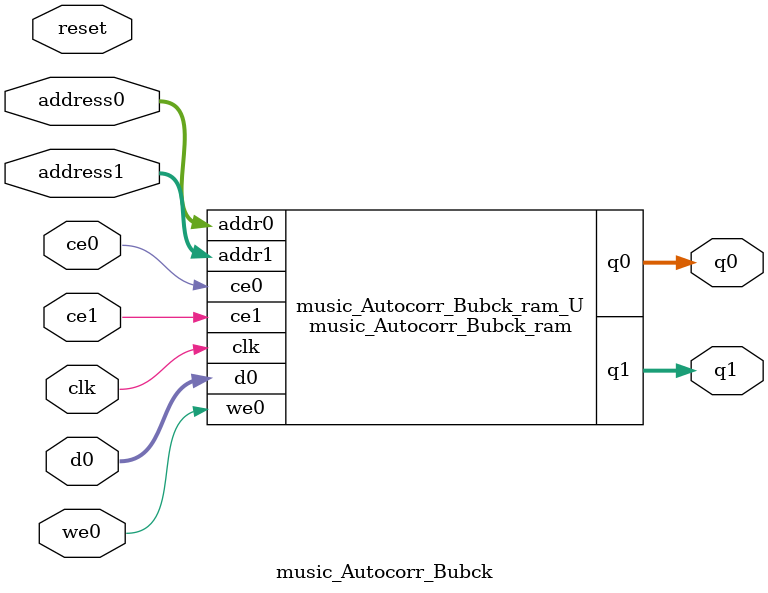
<source format=v>
`timescale 1 ns / 1 ps
module music_Autocorr_Bubck_ram (addr0, ce0, d0, we0, q0, addr1, ce1, q1,  clk);

parameter DWIDTH = 32;
parameter AWIDTH = 6;
parameter MEM_SIZE = 40;

input[AWIDTH-1:0] addr0;
input ce0;
input[DWIDTH-1:0] d0;
input we0;
output reg[DWIDTH-1:0] q0;
input[AWIDTH-1:0] addr1;
input ce1;
output reg[DWIDTH-1:0] q1;
input clk;

(* ram_style = "block" *)reg [DWIDTH-1:0] ram[0:MEM_SIZE-1];




always @(posedge clk)  
begin 
    if (ce0) 
    begin
        if (we0) 
        begin 
            ram[addr0] <= d0; 
        end 
        q0 <= ram[addr0];
    end
end


always @(posedge clk)  
begin 
    if (ce1) 
    begin
        q1 <= ram[addr1];
    end
end


endmodule

`timescale 1 ns / 1 ps
module music_Autocorr_Bubck(
    reset,
    clk,
    address0,
    ce0,
    we0,
    d0,
    q0,
    address1,
    ce1,
    q1);

parameter DataWidth = 32'd32;
parameter AddressRange = 32'd40;
parameter AddressWidth = 32'd6;
input reset;
input clk;
input[AddressWidth - 1:0] address0;
input ce0;
input we0;
input[DataWidth - 1:0] d0;
output[DataWidth - 1:0] q0;
input[AddressWidth - 1:0] address1;
input ce1;
output[DataWidth - 1:0] q1;



music_Autocorr_Bubck_ram music_Autocorr_Bubck_ram_U(
    .clk( clk ),
    .addr0( address0 ),
    .ce0( ce0 ),
    .we0( we0 ),
    .d0( d0 ),
    .q0( q0 ),
    .addr1( address1 ),
    .ce1( ce1 ),
    .q1( q1 ));

endmodule


</source>
